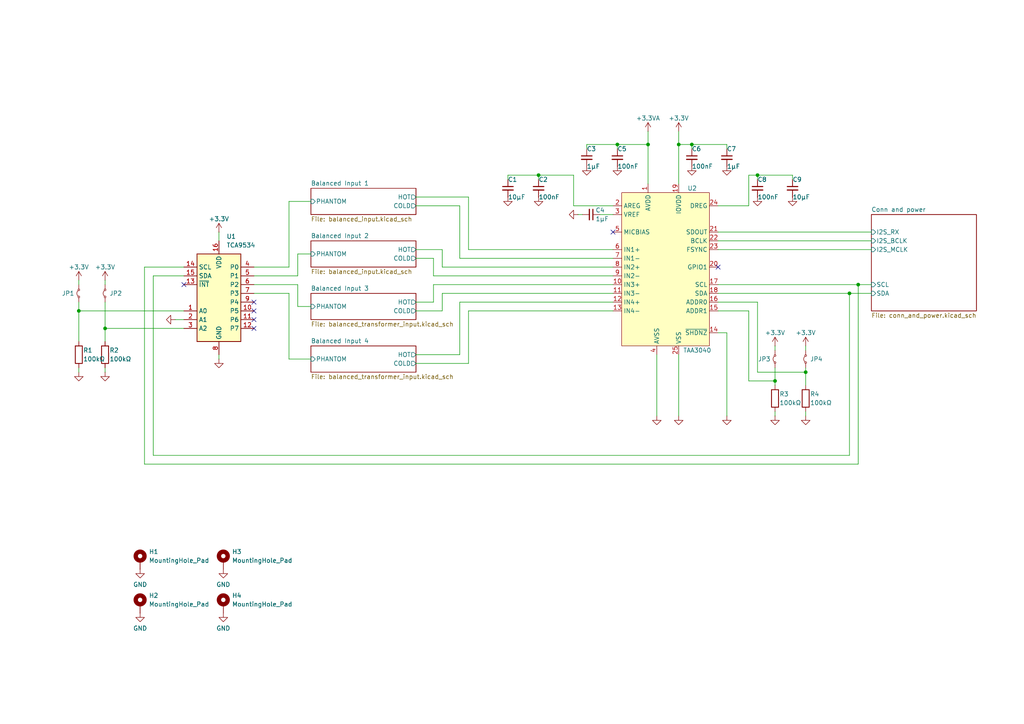
<source format=kicad_sch>
(kicad_sch (version 20250114) (generator "eeschema") (generator_version "9.0")
  (paper "A4")
  (lib_symbols
    (symbol "Device:C_Small" (pin_numbers (hide yes)) (pin_names (offset 0.254) (hide yes))
      (property "Reference" "C" (at 0.254 1.778 0))
      (property "Value" "C_Small" (at 0.254 -2.032 0))
      (symbol "C_Small_0_1"
        (polyline (pts (xy -1.524 0.508) (xy 1.524 0.508)) (stroke (width 0.3048)))
        (polyline (pts (xy -1.524 -0.508) (xy 1.524 -0.508)) (stroke (width 0.3302)))
      )
      (symbol "C_Small_1_1"
        (pin passive line (at 0 2.54 270) (length 2.032) (name "~") (number "1"))
        (pin passive line (at 0 -2.54 90) (length 2.032) (name "~") (number "2"))
      )
    )
    (symbol "Device:R" (pin_numbers (hide yes)) (pin_names (offset 0))
      (property "Reference" "R" (at 2.032 0 90))
      (property "Value" "R" (at 0 0 90))
      (symbol "R_0_1"
        (rectangle (start -1.016 -2.54) (end 1.016 2.54) (stroke (width 0.254)))
      )
      (symbol "R_1_1"
        (pin passive line (at 0 3.81 270) (length 1.27) (name "~") (number "1"))
        (pin passive line (at 0 -3.81 90) (length 1.27) (name "~") (number "2"))
      )
    )
    (symbol "Interface_Expansion:TCA9534"
      (property "Reference" "U" (at -6.35 12.7 0))
      (property "Value" "TCA9534" (at 2.54 12.7 0))
      (symbol "TCA9534_0_1"
        (rectangle (start -6.35 -13.97) (end 6.35 11.43) (stroke (width 0.254)) (fill (type background)))
      )
      (symbol "TCA9534_1_1"
        (pin input line (at -10.16 7.62 0) (length 3.81) (name "SCL") (number "14"))
        (pin bidirectional line (at -10.16 5.08 0) (length 3.81) (name "SDA") (number "15"))
        (pin open_collector line (at -10.16 2.54 0) (length 3.81) (name "~{INT}") (number "13"))
        (pin input line (at -10.16 -5.08 0) (length 3.81) (name "A0") (number "1"))
        (pin input line (at -10.16 -7.62 0) (length 3.81) (name "A1") (number "2"))
        (pin input line (at -10.16 -10.16 0) (length 3.81) (name "A2") (number "3"))
        (pin power_in line (at 0 15.24 270) (length 3.81) (name "VDD") (number "16"))
        (pin power_in line (at 0 -17.78 90) (length 3.81) (name "GND") (number "8"))
        (pin bidirectional line (at 10.16 7.62 180) (length 3.81) (name "P0") (number "4"))
        (pin bidirectional line (at 10.16 5.08 180) (length 3.81) (name "P1") (number "5"))
        (pin bidirectional line (at 10.16 2.54 180) (length 3.81) (name "P2") (number "6"))
        (pin bidirectional line (at 10.16 0 180) (length 3.81) (name "P3") (number "7"))
        (pin bidirectional line (at 10.16 -2.54 180) (length 3.81) (name "P4") (number "9"))
        (pin bidirectional line (at 10.16 -5.08 180) (length 3.81) (name "P5") (number "10"))
        (pin bidirectional line (at 10.16 -7.62 180) (length 3.81) (name "P6") (number "11"))
        (pin bidirectional line (at 10.16 -10.16 180) (length 3.81) (name "P7") (number "12"))
      )
    )
    (symbol "Jumper:Jumper_2_Small_Bridged" (pin_numbers (hide yes)) (pin_names (offset 0) (hide yes))
      (property "Reference" "JP" (at 0 2.032 0))
      (property "Value" "Jumper_2_Small_Bridged" (at 0 -2.286 0))
      (symbol "Jumper_2_Small_Bridged_0_0"
        (circle (center -1.016 0) (radius 0.254))
        (circle (center 1.016 0) (radius 0.254))
      )
      (symbol "Jumper_2_Small_Bridged_0_1"
        (arc (start -0.762 0.254) (mid 0 0.5696) (end 0.762 0.254))
      )
      (symbol "Jumper_2_Small_Bridged_1_1"
        (pin passive line (at -2.54 0 0) (length 1.27) (name "A") (number "1"))
        (pin passive line (at 2.54 0 180) (length 1.27) (name "B") (number "2"))
      )
    )
    (symbol "Mechanical:MountingHole_Pad" (pin_numbers (hide yes)) (pin_names (offset 1.016) (hide yes)) (exclude_from_sim yes) (in_bom no)
      (property "Reference" "H" (at 0 6.35 0))
      (property "Value" "MountingHole_Pad" (at 0 4.445 0))
      (symbol "MountingHole_Pad_0_1"
        (circle (center 0 1.27) (radius 1.27) (stroke (width 1.27)))
      )
      (symbol "MountingHole_Pad_1_1"
        (pin input line (at 0 -2.54 90) (length 2.54) (name "1") (number "1"))
      )
    )
    (symbol "audio_ics:TAA3040"
      (property "Reference" "U" (at 0 0 0))
      (property "Value" "TAA3040" (at -15.24 -4.826 0))
      (symbol "TAA3040_1_1"
        (rectangle (start -16.51 -6.35) (end 8.89 -50.8) (fill (type background)))
        (pin power_out line (at -19.05 -10.16 0) (length 2.54) (name "AREG") (number "2"))
        (pin power_out line (at -19.05 -12.7 0) (length 2.54) (name "VREF") (number "3"))
        (pin power_out line (at -19.05 -17.78 0) (length 2.54) (name "MICBIAS") (number "5"))
        (pin input line (at -19.05 -22.86 0) (length 2.54) (name "IN1+") (number "6"))
        (pin input line (at -19.05 -25.4 0) (length 2.54) (name "IN1-") (number "7"))
        (pin input line (at -19.05 -27.94 0) (length 2.54) (name "IN2+") (number "8"))
        (pin input line (at -19.05 -30.48 0) (length 2.54) (name "IN2-") (number "9"))
        (pin input line (at -19.05 -33.02 0) (length 2.54) (name "IN3+") (number "10"))
        (pin input line (at -19.05 -35.56 0) (length 2.54) (name "IN3-") (number "11"))
        (pin input line (at -19.05 -38.1 0) (length 2.54) (name "IN4+") (number "12"))
        (pin input line (at -19.05 -40.64 0) (length 2.54) (name "IN4-") (number "13"))
        (pin power_in line (at -8.89 -3.81 270) (length 2.54) (name "AVDD") (number "1"))
        (pin power_in line (at -6.35 -53.34 90) (length 2.54) (name "AVSS") (number "4"))
        (pin power_in line (at 0 -3.81 270) (length 2.54) (name "IOVDD") (number "19"))
        (pin power_in line (at 0 -53.34 90) (length 2.54) (name "VSS") (number "25"))
        (pin power_out line (at 11.43 -10.16 180) (length 2.54) (name "DREG") (number "24"))
        (pin output line (at 11.43 -17.78 180) (length 2.54) (name "SDOUT") (number "21"))
        (pin output line (at 11.43 -20.32 180) (length 2.54) (name "BCLK") (number "22"))
        (pin input line (at 11.43 -22.86 180) (length 2.54) (name "FSYNC") (number "23"))
        (pin bidirectional line (at 11.43 -27.94 180) (length 2.54) (name "GPIO1") (number "20"))
        (pin input line (at 11.43 -33.02 180) (length 2.54) (name "SCL") (number "17"))
        (pin bidirectional line (at 11.43 -35.56 180) (length 2.54) (name "SDA") (number "18"))
        (pin input line (at 11.43 -38.1 180) (length 2.54) (name "ADDR0") (number "16"))
        (pin input line (at 11.43 -40.64 180) (length 2.54) (name "ADDR1") (number "15"))
        (pin input line (at 11.43 -46.99 180) (length 2.54) (name "~{SHDNZ}") (number "14"))
      )
    )
    (symbol "power:+3.3V" (power) (pin_numbers (hide yes)) (pin_names (offset 0) (hide yes))
      (property "Value" "+3.3V" (at 0 3.556 0))
      (symbol "+3.3V_0_1"
        (polyline (pts (xy -0.762 1.27) (xy 0 2.54)))
        (polyline (pts (xy 0 2.54) (xy 0.762 1.27)))
        (polyline (pts (xy 0 0) (xy 0 2.54)))
      )
      (symbol "+3.3V_1_1"
        (pin power_in line (at 0 0 90) (length 0) (name "~") (number "1"))
      )
    )
    (symbol "power:+3.3VA" (power) (pin_numbers (hide yes)) (pin_names (offset 0) (hide yes))
      (property "Value" "+3.3VA" (at 0 3.556 0))
      (symbol "+3.3VA_0_1"
        (polyline (pts (xy -0.762 1.27) (xy 0 2.54)))
        (polyline (pts (xy 0 2.54) (xy 0.762 1.27)))
        (polyline (pts (xy 0 0) (xy 0 2.54)))
      )
      (symbol "+3.3VA_1_1"
        (pin power_in line (at 0 0 90) (length 0) (name "~") (number "1"))
      )
    )
    (symbol "power:GND" (power) (pin_numbers (hide yes)) (pin_names (offset 0) (hide yes))
      (property "Value" "GND" (at 0 -3.81 0))
      (symbol "GND_0_1"
        (polyline (pts (xy 0 0) (xy 0 -1.27) (xy 1.27 -1.27) (xy 0 -2.54) (xy -1.27 -1.27) (xy 0 -1.27)))
      )
      (symbol "GND_1_1"
        (pin power_in line (at 0 0 270) (length 0) (name "~") (number "1"))
      )
    )
  )
  (junction (at 30.48 95.25))
  (junction (at 156.21 50.8))
  (junction (at 246.38 85.09))
  (junction (at 187.96 41.91))
  (junction (at 196.85 41.91))
  (junction (at 219.71 50.8))
  (junction (at 179.07 41.91))
  (junction (at 200.66 41.91))
  (junction (at 233.68 107.95))
  (junction (at 224.79 110.49))
  (junction (at 248.92 82.55))
  (junction (at 22.86 90.17))
  (no_connect (at 73.66 90.17))
  (no_connect (at 73.66 95.25))
  (no_connect (at 53.34 82.55))
  (no_connect (at 73.66 92.71))
  (no_connect (at 73.66 87.63))
  (no_connect (at 208.28 77.47))
  (no_connect (at 177.8 67.31))
  (wire (pts (xy 224.79 110.49) (xy 224.79 111.76)))
  (wire (pts (xy 248.92 82.55) (xy 252.73 82.55)))
  (wire (pts (xy 63.5 67.31) (xy 63.5 69.85)))
  (wire (pts (xy 187.96 41.91) (xy 187.96 53.34)))
  (wire (pts (xy 120.65 72.39) (xy 128.27 72.39)))
  (wire (pts (xy 83.82 104.14) (xy 90.17 104.14)))
  (wire (pts (xy 133.35 87.63) (xy 177.8 87.63)))
  (wire (pts (xy 73.66 85.09) (xy 83.82 85.09)))
  (wire (pts (xy 125.73 82.55) (xy 177.8 82.55)))
  (wire (pts (xy 50.8 92.71) (xy 53.34 92.71)))
  (wire (pts (xy 125.73 82.55) (xy 125.73 87.63)))
  (wire (pts (xy 30.48 87.63) (xy 30.48 95.25)))
  (wire (pts (xy 90.17 88.9) (xy 86.36 88.9)))
  (wire (pts (xy 224.79 106.68) (xy 224.79 110.49)))
  (wire (pts (xy 120.65 102.87) (xy 133.35 102.87)))
  (wire (pts (xy 208.28 82.55) (xy 248.92 82.55)))
  (wire (pts (xy 22.86 106.68) (xy 22.86 107.95)))
  (wire (pts (xy 210.82 96.52) (xy 208.28 96.52)))
  (wire (pts (xy 41.91 77.47) (xy 53.34 77.47)))
  (wire (pts (xy 133.35 102.87) (xy 133.35 87.63)))
  (wire (pts (xy 233.68 107.95) (xy 233.68 111.76)))
  (wire (pts (xy 135.89 57.15) (xy 135.89 72.39)))
  (wire (pts (xy 233.68 107.95) (xy 219.71 107.95)))
  (wire (pts (xy 22.86 81.28) (xy 22.86 82.55)))
  (wire (pts (xy 83.82 58.42) (xy 90.17 58.42)))
  (wire (pts (xy 125.73 87.63) (xy 120.65 87.63)))
  (wire (pts (xy 44.45 80.01) (xy 44.45 132.08)))
  (wire (pts (xy 73.66 77.47) (xy 83.82 77.47)))
  (wire (pts (xy 208.28 69.85) (xy 252.73 69.85)))
  (wire (pts (xy 208.28 85.09) (xy 246.38 85.09)))
  (wire (pts (xy 86.36 80.01) (xy 86.36 73.66)))
  (wire (pts (xy 120.65 90.17) (xy 128.27 90.17)))
  (wire (pts (xy 217.17 59.69) (xy 208.28 59.69)))
  (wire (pts (xy 224.79 100.33) (xy 224.79 101.6)))
  (wire (pts (xy 179.07 41.91) (xy 187.96 41.91)))
  (wire (pts (xy 133.35 59.69) (xy 120.65 59.69)))
  (wire (pts (xy 248.92 134.62) (xy 41.91 134.62)))
  (wire (pts (xy 73.66 82.55) (xy 86.36 82.55)))
  (wire (pts (xy 196.85 41.91) (xy 196.85 53.34)))
  (wire (pts (xy 166.37 50.8) (xy 166.37 59.69)))
  (wire (pts (xy 246.38 85.09) (xy 246.38 132.08)))
  (wire (pts (xy 179.07 41.91) (xy 179.07 43.18)))
  (wire (pts (xy 190.5 120.65) (xy 190.5 102.87)))
  (wire (pts (xy 156.21 50.8) (xy 156.21 52.07)))
  (wire (pts (xy 83.82 77.47) (xy 83.82 58.42)))
  (wire (pts (xy 187.96 38.1) (xy 187.96 41.91)))
  (wire (pts (xy 53.34 80.01) (xy 44.45 80.01)))
  (wire (pts (xy 248.92 82.55) (xy 248.92 134.62)))
  (wire (pts (xy 208.28 67.31) (xy 252.73 67.31)))
  (wire (pts (xy 147.32 52.07) (xy 147.32 50.8)))
  (wire (pts (xy 210.82 43.18) (xy 210.82 41.91)))
  (wire (pts (xy 135.89 72.39) (xy 177.8 72.39)))
  (wire (pts (xy 233.68 106.68) (xy 233.68 107.95)))
  (wire (pts (xy 200.66 43.18) (xy 200.66 41.91)))
  (wire (pts (xy 219.71 107.95) (xy 219.71 87.63)))
  (wire (pts (xy 217.17 50.8) (xy 217.17 59.69)))
  (wire (pts (xy 147.32 50.8) (xy 156.21 50.8)))
  (wire (pts (xy 219.71 52.07) (xy 219.71 50.8)))
  (wire (pts (xy 233.68 119.38) (xy 233.68 120.65)))
  (wire (pts (xy 208.28 72.39) (xy 252.73 72.39)))
  (wire (pts (xy 30.48 95.25) (xy 30.48 99.06)))
  (wire (pts (xy 246.38 85.09) (xy 252.73 85.09)))
  (wire (pts (xy 177.8 74.93) (xy 133.35 74.93)))
  (wire (pts (xy 200.66 41.91) (xy 196.85 41.91)))
  (wire (pts (xy 128.27 90.17) (xy 128.27 85.09)))
  (wire (pts (xy 41.91 134.62) (xy 41.91 77.47)))
  (wire (pts (xy 167.64 62.23) (xy 168.91 62.23)))
  (wire (pts (xy 86.36 88.9) (xy 86.36 82.55)))
  (wire (pts (xy 233.68 100.33) (xy 233.68 101.6)))
  (wire (pts (xy 229.87 50.8) (xy 219.71 50.8)))
  (wire (pts (xy 30.48 95.25) (xy 53.34 95.25)))
  (wire (pts (xy 73.66 80.01) (xy 86.36 80.01)))
  (wire (pts (xy 217.17 90.17) (xy 217.17 110.49)))
  (wire (pts (xy 196.85 120.65) (xy 196.85 102.87)))
  (wire (pts (xy 125.73 80.01) (xy 125.73 74.93)))
  (wire (pts (xy 133.35 74.93) (xy 133.35 59.69)))
  (wire (pts (xy 135.89 90.17) (xy 135.89 105.41)))
  (wire (pts (xy 128.27 85.09) (xy 177.8 85.09)))
  (wire (pts (xy 44.45 132.08) (xy 246.38 132.08)))
  (wire (pts (xy 30.48 81.28) (xy 30.48 82.55)))
  (wire (pts (xy 30.48 106.68) (xy 30.48 107.95)))
  (wire (pts (xy 177.8 80.01) (xy 125.73 80.01)))
  (wire (pts (xy 208.28 87.63) (xy 219.71 87.63)))
  (wire (pts (xy 173.99 62.23) (xy 177.8 62.23)))
  (wire (pts (xy 177.8 90.17) (xy 135.89 90.17)))
  (wire (pts (xy 229.87 52.07) (xy 229.87 50.8)))
  (wire (pts (xy 166.37 59.69) (xy 177.8 59.69)))
  (wire (pts (xy 210.82 41.91) (xy 200.66 41.91)))
  (wire (pts (xy 86.36 73.66) (xy 90.17 73.66)))
  (wire (pts (xy 22.86 90.17) (xy 22.86 99.06)))
  (wire (pts (xy 83.82 85.09) (xy 83.82 104.14)))
  (wire (pts (xy 22.86 87.63) (xy 22.86 90.17)))
  (wire (pts (xy 135.89 105.41) (xy 120.65 105.41)))
  (wire (pts (xy 170.18 43.18) (xy 170.18 41.91)))
  (wire (pts (xy 156.21 50.8) (xy 166.37 50.8)))
  (wire (pts (xy 219.71 50.8) (xy 217.17 50.8)))
  (wire (pts (xy 128.27 77.47) (xy 177.8 77.47)))
  (wire (pts (xy 22.86 90.17) (xy 53.34 90.17)))
  (wire (pts (xy 63.5 102.87) (xy 63.5 104.14)))
  (wire (pts (xy 217.17 110.49) (xy 224.79 110.49)))
  (wire (pts (xy 208.28 90.17) (xy 217.17 90.17)))
  (wire (pts (xy 120.65 57.15) (xy 135.89 57.15)))
  (wire (pts (xy 196.85 38.1) (xy 196.85 41.91)))
  (wire (pts (xy 170.18 41.91) (xy 179.07 41.91)))
  (wire (pts (xy 125.73 74.93) (xy 120.65 74.93)))
  (wire (pts (xy 224.79 119.38) (xy 224.79 120.65)))
  (wire (pts (xy 210.82 120.65) (xy 210.82 96.52)))
  (wire (pts (xy 128.27 72.39) (xy 128.27 77.47)))
  (symbol (lib_id "Mechanical:MountingHole_Pad") (at 64.77 162.56 0) (unit 1) (exclude_from_sim yes) (in_bom no)
    (property "Reference" "H3" (at 67.31 160.0199 0) (effects (justify left)))
    (property "Value" "MountingHole_Pad" (at 67.31 162.5599 0) (effects (justify left)))
    (property "Footprint" "MountingHole:MountingHole_3.2mm_M3_Pad_Via" (effects (hide yes)))
    (property "Description" "Mounting Hole with connection" (effects (hide yes)))
  )
  (symbol (lib_id "Device:C_Small") (at 219.71 54.61 0) (unit 1)
    (property "Reference" "C8" (at 219.71 52.07 0) (effects (justify left)))
    (property "Value" "100nF" (at 219.71 57.15 0) (effects (justify left)))
    (property "Footprint" "Capacitor_SMD:C_0603_1608Metric" (effects (hide yes)))
    (property "Description" "Unpolarized capacitor, small symbol" (effects (hide yes)))
    (property "MPN" "C 100nF 16V 0603" (effects (hide yes)))
  )
  (symbol (lib_id "power:GND") (at 200.66 48.26 0) (unit 1)
    (property "Reference" "#PWR021" (effects (hide yes)))
    (property "Value" "GND" (effects (hide yes)))
    (property "Description" "Power symbol creates a global label with name \"GND\" , ground" (effects (hide yes)))
  )
  (symbol (lib_id "power:GND") (at 190.5 120.65 0) (unit 1)
    (property "Reference" "#PWR018" (effects (hide yes)))
    (property "Value" "GND" (effects (hide yes)))
    (property "Description" "Power symbol creates a global label with name \"GND\" , ground" (effects (hide yes)))
  )
  (symbol (lib_id "Device:C_Small") (at 171.45 62.23 270) (unit 1)
    (property "Reference" "C4" (at 172.72 60.96 90) (effects (justify left)))
    (property "Value" "1μF" (at 172.72 63.5 90) (effects (justify left)))
    (property "Footprint" "Capacitor_SMD:C_0805_2012Metric" (effects (hide yes)))
    (property "Description" "Unpolarized capacitor, small symbol" (effects (hide yes)))
    (property "MPN" "C 1μF 16V 0805" (effects (hide yes)))
  )
  (symbol (lib_id "Jumper:Jumper_2_Small_Bridged") (at 22.86 85.09 90) (unit 1)
    (property "Reference" "JP1" (at 21.59 85.09 90) (effects (justify left)))
    (property "Value" "Jumper_2_Small_Bridged" (effects (hide yes)))
    (property "Footprint" "Jumper:SolderJumper-2_P1.3mm_Open_RoundedPad1.0x1.5mm" (effects (hide yes)))
    (property "Description" "Jumper, 2-pole, small symbol, bridged" (effects (hide yes)))
  )
  (symbol (lib_id "power:GND") (at 219.71 57.15 0) (unit 1)
    (property "Reference" "#PWR024" (effects (hide yes)))
    (property "Value" "GND" (effects (hide yes)))
    (property "Description" "Power symbol creates a global label with name \"GND\" , ground" (effects (hide yes)))
  )
  (symbol (lib_id "power:GND") (at 30.48 107.95 0) (unit 1)
    (property "Reference" "#PWR04" (effects (hide yes)))
    (property "Value" "GND" (effects (hide yes)))
    (property "Description" "Power symbol creates a global label with name \"GND\" , ground" (effects (hide yes)))
  )
  (symbol (lib_id "Device:R") (at 30.48 102.87 0) (unit 1)
    (property "Reference" "R2" (at 31.75 101.6 0) (effects (justify left)))
    (property "Value" "100kΩ" (at 31.75 104.14 0) (effects (justify left)))
    (property "Footprint" "Resistor_SMD:R_0603_1608Metric" (effects (hide yes)))
    (property "Description" "Resistor" (effects (hide yes)))
    (property "MPN" "R 100kΩ 125mW 5% 0603" (effects (hide yes)))
  )
  (symbol (lib_id "power:GND") (at 170.18 48.26 0) (unit 1)
    (property "Reference" "#PWR015" (effects (hide yes)))
    (property "Value" "GND" (effects (hide yes)))
    (property "Description" "Power symbol creates a global label with name \"GND\" , ground" (effects (hide yes)))
  )
  (symbol (lib_id "power:+3.3V") (at 196.85 38.1 0) (unit 1)
    (property "Reference" "#PWR019" (effects (hide yes)))
    (property "Value" "+3.3V" (at 196.85 34.29 0))
    (property "Description" "Power symbol creates a global label with name \"+3.3V\"" (effects (hide yes)))
  )
  (symbol (lib_id "Device:C_Small") (at 229.87 54.61 0) (unit 1)
    (property "Reference" "C9" (at 229.87 52.07 0) (effects (justify left)))
    (property "Value" "10μF" (at 229.87 57.15 0) (effects (justify left)))
    (property "Footprint" "Capacitor_SMD:C_0805_2012Metric" (effects (hide yes)))
    (property "Description" "Unpolarized capacitor, small symbol" (effects (hide yes)))
    (property "MPN" "C 10μF 16V 0805" (effects (hide yes)))
  )
  (symbol (lib_id "power:GND") (at 229.87 57.15 0) (unit 1)
    (property "Reference" "#PWR027" (effects (hide yes)))
    (property "Value" "GND" (effects (hide yes)))
    (property "Description" "Power symbol creates a global label with name \"GND\" , ground" (effects (hide yes)))
  )
  (symbol (lib_id "Device:C_Small") (at 179.07 45.72 0) (unit 1)
    (property "Reference" "C5" (at 179.07 43.18 0) (effects (justify left)))
    (property "Value" "100nF" (at 179.07 48.26 0) (effects (justify left)))
    (property "Footprint" "Capacitor_SMD:C_0603_1608Metric" (effects (hide yes)))
    (property "Description" "Unpolarized capacitor, small symbol" (effects (hide yes)))
    (property "MPN" "C 100nF 16V 0603" (effects (hide yes)))
  )
  (symbol (lib_id "Device:R") (at 233.68 115.57 0) (unit 1)
    (property "Reference" "R4" (at 234.95 114.3 0) (effects (justify left)))
    (property "Value" "100kΩ" (at 234.95 116.84 0) (effects (justify left)))
    (property "Footprint" "Resistor_SMD:R_0603_1608Metric" (effects (hide yes)))
    (property "Description" "Resistor" (effects (hide yes)))
    (property "MPN" "R 100kΩ 125mW 5% 0603" (effects (hide yes)))
  )
  (symbol (lib_id "power:+3.3V") (at 63.5 67.31 0) (unit 1)
    (property "Reference" "#PWR08" (effects (hide yes)))
    (property "Value" "+3.3V" (at 63.5 63.5 0))
    (property "Description" "Power symbol creates a global label with name \"+3.3V\"" (effects (hide yes)))
  )
  (symbol (lib_id "power:+3.3V") (at 224.79 100.33 0) (unit 1)
    (property "Reference" "#PWR025" (effects (hide yes)))
    (property "Value" "+3.3V" (at 224.79 96.52 0))
    (property "Description" "Power symbol creates a global label with name \"+3.3V\"" (effects (hide yes)))
  )
  (symbol (lib_id "power:GND") (at 64.77 165.1 0) (unit 1)
    (property "Reference" "#PWR010" (effects (hide yes)))
    (property "Value" "GND" (at 64.77 169.5434 0))
  )
  (symbol (lib_id "power:GND") (at 224.79 120.65 0) (unit 1)
    (property "Reference" "#PWR026" (effects (hide yes)))
    (property "Value" "GND" (effects (hide yes)))
    (property "Description" "Power symbol creates a global label with name \"GND\" , ground" (effects (hide yes)))
  )
  (symbol (lib_id "Device:C_Small") (at 200.66 45.72 0) (unit 1)
    (property "Reference" "C6" (at 200.66 43.18 0) (effects (justify left)))
    (property "Value" "100nF" (at 200.66 48.26 0) (effects (justify left)))
    (property "Footprint" "Capacitor_SMD:C_0603_1608Metric" (effects (hide yes)))
    (property "Description" "Unpolarized capacitor, small symbol" (effects (hide yes)))
    (property "MPN" "C 100nF 16V 0603" (effects (hide yes)))
  )
  (symbol (lib_id "power:GND") (at 64.77 177.8 0) (unit 1)
    (property "Reference" "#PWR011" (effects (hide yes)))
    (property "Value" "GND" (at 64.77 182.2434 0))
  )
  (symbol (lib_id "Jumper:Jumper_2_Small_Bridged") (at 233.68 104.14 90) (unit 1)
    (property "Reference" "JP4" (at 234.95 104.1399 90) (effects (justify right)))
    (property "Value" "Jumper_2_Small_Bridged" (effects (hide yes)))
    (property "Footprint" "Jumper:SolderJumper-2_P1.3mm_Open_RoundedPad1.0x1.5mm" (effects (hide yes)))
    (property "Description" "Jumper, 2-pole, small symbol, bridged" (effects (hide yes)))
  )
  (symbol (lib_id "Device:C_Small") (at 156.21 54.61 0) (unit 1)
    (property "Reference" "C2" (at 156.21 52.07 0) (effects (justify left)))
    (property "Value" "100nF" (at 156.21 57.15 0) (effects (justify left)))
    (property "Footprint" "Capacitor_SMD:C_0603_1608Metric" (effects (hide yes)))
    (property "Description" "Unpolarized capacitor, small symbol" (effects (hide yes)))
    (property "MPN" "C 100nF 16V 0603" (effects (hide yes)))
  )
  (symbol (lib_id "power:GND") (at 147.32 57.15 0) (unit 1)
    (property "Reference" "#PWR012" (effects (hide yes)))
    (property "Value" "GND" (effects (hide yes)))
    (property "Description" "Power symbol creates a global label with name \"GND\" , ground" (effects (hide yes)))
  )
  (symbol (lib_id "power:GND") (at 50.8 92.71 270) (unit 1)
    (property "Reference" "#PWR07" (effects (hide yes)))
    (property "Value" "GND" (effects (hide yes)))
    (property "Description" "Power symbol creates a global label with name \"GND\" , ground" (effects (hide yes)))
  )
  (symbol (lib_id "power:GND") (at 233.68 120.65 0) (unit 1)
    (property "Reference" "#PWR029" (effects (hide yes)))
    (property "Value" "GND" (effects (hide yes)))
    (property "Description" "Power symbol creates a global label with name \"GND\" , ground" (effects (hide yes)))
  )
  (symbol (lib_id "power:GND") (at 22.86 107.95 0) (unit 1)
    (property "Reference" "#PWR02" (effects (hide yes)))
    (property "Value" "GND" (effects (hide yes)))
    (property "Description" "Power symbol creates a global label with name \"GND\" , ground" (effects (hide yes)))
  )
  (symbol (lib_id "power:GND") (at 40.64 165.1 0) (unit 1)
    (property "Reference" "#PWR05" (effects (hide yes)))
    (property "Value" "GND" (at 40.64 169.5434 0))
  )
  (symbol (lib_id "Device:R") (at 22.86 102.87 0) (unit 1)
    (property "Reference" "R1" (at 24.13 101.6 0) (effects (justify left)))
    (property "Value" "100kΩ" (at 24.13 104.14 0) (effects (justify left)))
    (property "Footprint" "Resistor_SMD:R_0603_1608Metric" (effects (hide yes)))
    (property "Description" "Resistor" (effects (hide yes)))
    (property "MPN" "R 100kΩ 125mW 5% 0603" (effects (hide yes)))
  )
  (symbol (lib_id "power:GND") (at 179.07 48.26 0) (unit 1)
    (property "Reference" "#PWR016" (effects (hide yes)))
    (property "Value" "GND" (effects (hide yes)))
    (property "Description" "Power symbol creates a global label with name \"GND\" , ground" (effects (hide yes)))
  )
  (symbol (lib_id "Device:C_Small") (at 210.82 45.72 0) (unit 1)
    (property "Reference" "C7" (at 210.82 43.18 0) (effects (justify left)))
    (property "Value" "1μF" (at 210.82 48.26 0) (effects (justify left)))
    (property "Footprint" "Capacitor_SMD:C_0805_2012Metric" (effects (hide yes)))
    (property "Description" "Unpolarized capacitor, small symbol" (effects (hide yes)))
    (property "MPN" "C 1μF 16V 0805" (effects (hide yes)))
  )
  (symbol (lib_id "power:+3.3VA") (at 187.96 38.1 0) (unit 1)
    (property "Reference" "#PWR017" (effects (hide yes)))
    (property "Value" "+3.3VA" (at 187.96 34.29 0))
    (property "Description" "Power symbol creates a global label with name \"+3.3VA\"" (effects (hide yes)))
  )
  (symbol (lib_id "power:GND") (at 63.5 104.14 0) (unit 1)
    (property "Reference" "#PWR09" (effects (hide yes)))
    (property "Value" "GND" (effects (hide yes)))
    (property "Description" "Power symbol creates a global label with name \"GND\" , ground" (effects (hide yes)))
  )
  (symbol (lib_id "audio_ics:TAA3040") (at 196.85 49.53 0) (unit 1)
    (property "Reference" "U2" (at 199.39 54.61 0) (effects (justify left)))
    (property "Value" "TAA3040" (at 198.12 101.6 0) (effects (justify left)))
    (property "Footprint" "Package_DFN_QFN:WQFN-24-1EP_4x4mm_P0.5mm_EP2.6x2.6mm" (effects (hide yes)))
    (property "Datasheet" "https://www.ti.com/lit/ds/symlink/taa3040.pdf" (effects (hide yes)))
    (property "Description" "Quad-Channel, 768-kHz, 104dB Dynamic Range Audio ADC" (effects (hide yes)))
    (property "MPN" "TAA3040IRTWR" (effects (hide yes)))
  )
  (symbol (lib_id "power:+3.3V") (at 22.86 81.28 0) (unit 1)
    (property "Reference" "#PWR01" (effects (hide yes)))
    (property "Value" "+3.3V" (at 22.86 77.47 0))
    (property "Description" "Power symbol creates a global label with name \"+3.3V\"" (effects (hide yes)))
  )
  (symbol (lib_id "power:+3.3V") (at 233.68 100.33 0) (unit 1)
    (property "Reference" "#PWR028" (effects (hide yes)))
    (property "Value" "+3.3V" (at 233.68 96.52 0))
    (property "Description" "Power symbol creates a global label with name \"+3.3V\"" (effects (hide yes)))
  )
  (symbol (lib_id "Device:C_Small") (at 170.18 45.72 0) (unit 1)
    (property "Reference" "C3" (at 170.18 43.18 0) (effects (justify left)))
    (property "Value" "1μF" (at 170.18 48.26 0) (effects (justify left)))
    (property "Footprint" "Capacitor_SMD:C_0805_2012Metric" (effects (hide yes)))
    (property "Description" "Unpolarized capacitor, small symbol" (effects (hide yes)))
    (property "MPN" "C 1μF 16V 0805" (effects (hide yes)))
  )
  (symbol (lib_id "power:GND") (at 167.64 62.23 270) (unit 1)
    (property "Reference" "#PWR014" (effects (hide yes)))
    (property "Value" "GND" (effects (hide yes)))
    (property "Description" "Power symbol creates a global label with name \"GND\" , ground" (effects (hide yes)))
  )
  (symbol (lib_id "power:GND") (at 210.82 48.26 0) (unit 1)
    (property "Reference" "#PWR022" (effects (hide yes)))
    (property "Value" "GND" (effects (hide yes)))
    (property "Description" "Power symbol creates a global label with name \"GND\" , ground" (effects (hide yes)))
  )
  (symbol (lib_id "power:+3.3V") (at 30.48 81.28 0) (unit 1)
    (property "Reference" "#PWR03" (effects (hide yes)))
    (property "Value" "+3.3V" (at 30.48 77.47 0))
    (property "Description" "Power symbol creates a global label with name \"+3.3V\"" (effects (hide yes)))
  )
  (symbol (lib_id "Device:R") (at 224.79 115.57 0) (unit 1)
    (property "Reference" "R3" (at 226.06 114.3 0) (effects (justify left)))
    (property "Value" "100kΩ" (at 226.06 116.84 0) (effects (justify left)))
    (property "Footprint" "Resistor_SMD:R_0603_1608Metric" (effects (hide yes)))
    (property "Description" "Resistor" (effects (hide yes)))
    (property "MPN" "R 100kΩ 125mW 5% 0603" (effects (hide yes)))
  )
  (symbol (lib_id "power:GND") (at 210.82 120.65 0) (unit 1)
    (property "Reference" "#PWR023" (effects (hide yes)))
    (property "Value" "GND" (effects (hide yes)))
    (property "Description" "Power symbol creates a global label with name \"GND\" , ground" (effects (hide yes)))
  )
  (symbol (lib_id "Jumper:Jumper_2_Small_Bridged") (at 30.48 85.09 90) (unit 1)
    (property "Reference" "JP2" (at 31.75 85.0899 90) (effects (justify right)))
    (property "Value" "Jumper_2_Small_Bridged" (effects (hide yes)))
    (property "Footprint" "Jumper:SolderJumper-2_P1.3mm_Open_RoundedPad1.0x1.5mm" (effects (hide yes)))
    (property "Description" "Jumper, 2-pole, small symbol, bridged" (effects (hide yes)))
  )
  (symbol (lib_id "Mechanical:MountingHole_Pad") (at 40.64 162.56 0) (unit 1) (exclude_from_sim yes) (in_bom no)
    (property "Reference" "H1" (at 43.18 160.0199 0) (effects (justify left)))
    (property "Value" "MountingHole_Pad" (at 43.18 162.5599 0) (effects (justify left)))
    (property "Footprint" "MountingHole:MountingHole_3.2mm_M3_Pad_Via" (effects (hide yes)))
    (property "Description" "Mounting Hole with connection" (effects (hide yes)))
  )
  (symbol (lib_id "power:GND") (at 196.85 120.65 0) (unit 1)
    (property "Reference" "#PWR020" (effects (hide yes)))
    (property "Value" "GND" (effects (hide yes)))
    (property "Description" "Power symbol creates a global label with name \"GND\" , ground" (effects (hide yes)))
  )
  (symbol (lib_id "power:GND") (at 156.21 57.15 0) (unit 1)
    (property "Reference" "#PWR013" (effects (hide yes)))
    (property "Value" "GND" (effects (hide yes)))
    (property "Description" "Power symbol creates a global label with name \"GND\" , ground" (effects (hide yes)))
  )
  (symbol (lib_id "Mechanical:MountingHole_Pad") (at 40.64 175.26 0) (unit 1) (exclude_from_sim yes) (in_bom no)
    (property "Reference" "H2" (at 43.18 172.7199 0) (effects (justify left)))
    (property "Value" "MountingHole_Pad" (at 43.18 175.2599 0) (effects (justify left)))
    (property "Footprint" "MountingHole:MountingHole_3.2mm_M3_Pad_Via" (effects (hide yes)))
    (property "Description" "Mounting Hole with connection" (effects (hide yes)))
  )
  (symbol (lib_id "Jumper:Jumper_2_Small_Bridged") (at 224.79 104.14 90) (unit 1)
    (property "Reference" "JP3" (at 223.52 104.14 90) (effects (justify left)))
    (property "Value" "Jumper_2_Small_Bridged" (effects (hide yes)))
    (property "Footprint" "Jumper:SolderJumper-2_P1.3mm_Open_RoundedPad1.0x1.5mm" (effects (hide yes)))
    (property "Description" "Jumper, 2-pole, small symbol, bridged" (effects (hide yes)))
  )
  (symbol (lib_id "Device:C_Small") (at 147.32 54.61 0) (unit 1)
    (property "Reference" "C1" (at 147.32 52.07 0) (effects (justify left)))
    (property "Value" "10μF" (at 147.32 57.15 0) (effects (justify left)))
    (property "Footprint" "Capacitor_SMD:C_0805_2012Metric" (effects (hide yes)))
    (property "Description" "Unpolarized capacitor, small symbol" (effects (hide yes)))
    (property "MPN" "C 10μF 16V 0805" (effects (hide yes)))
  )
  (symbol (lib_id "Mechanical:MountingHole_Pad") (at 64.77 175.26 0) (unit 1) (exclude_from_sim yes) (in_bom no)
    (property "Reference" "H4" (at 67.31 172.7199 0) (effects (justify left)))
    (property "Value" "MountingHole_Pad" (at 67.31 175.2599 0) (effects (justify left)))
    (property "Footprint" "MountingHole:MountingHole_3.2mm_M3_Pad_Via" (effects (hide yes)))
    (property "Description" "Mounting Hole with connection" (effects (hide yes)))
  )
  (symbol (lib_id "power:GND") (at 40.64 177.8 0) (unit 1)
    (property "Reference" "#PWR06" (effects (hide yes)))
    (property "Value" "GND" (at 40.64 182.2434 0))
  )
  (symbol (lib_id "Interface_Expansion:TCA9534") (at 63.5 85.09 0) (unit 1)
    (property "Reference" "U1" (at 65.6941 68.58 0) (effects (justify left)))
    (property "Value" "TCA9534" (at 65.6941 71.12 0) (effects (justify left)))
    (property "Footprint" "Package_SO:SOIC-16W_7.5x10.3mm_P1.27mm" (effects (hide yes)))
    (property "Datasheet" "http://www.ti.com/lit/ds/symlink/tca9534.pdf" (effects (hide yes)))
    (property "Shop" "https://eu.mouser.com/ProductDetail/Texas-Instruments/TCA9534DWR?qs=0C8XhJW8e4qbMJz3FH5M3A%3D%3D" (effects (hide yes)))
    (property "LCSC" "C2870609" (effects (hide yes)))
    (property "Part" "TCA9534DWR " (effects (hide yes)))
    (property "MPN" "TCA9534DWR" (effects (hide yes)))
  )
  (sheet (at 90.17 100.33) (size 30.48 7.62) (stroke (width 0.1524))
    (property "Sheetname" "Balanced Input 4" (at 90.17 99.6184 0) (effects (justify left bottom)))
    (property "Sheetfile" "balanced_transformer_input.kicad_sch" (at 90.17 108.5346 0) (effects (justify left top)))
    (pin "COLD" output (at 120.65 105.41 0))
    (pin "HOT" output (at 120.65 102.87 0))
    (pin "PHANTOM" input (at 90.17 104.14 180))
  )
  (sheet (at 90.17 85.09) (size 30.48 7.62) (stroke (width 0.1524))
    (property "Sheetname" "Balanced Input 3" (at 90.17 84.3784 0) (effects (justify left bottom)))
    (property "Sheetfile" "balanced_transformer_input.kicad_sch" (at 90.17 93.2946 0) (effects (justify left top)))
    (pin "COLD" output (at 120.65 90.17 0))
    (pin "HOT" output (at 120.65 87.63 0))
    (pin "PHANTOM" input (at 90.17 88.9 180))
  )
  (sheet (at 252.73 62.23) (size 30.48 27.94) (stroke (width 0.1524))
    (property "Sheetname" "Conn and power" (at 252.73 61.5184 0) (effects (justify left bottom)))
    (property "Sheetfile" "conn_and_power.kicad_sch" (at 252.73 90.7546 0) (effects (justify left top)))
    (pin "I2S_BCLK" input (at 252.73 69.85 180))
    (pin "I2S_MCLK" input (at 252.73 72.39 180))
    (pin "I2S_RX" input (at 252.73 67.31 180))
    (pin "SCL" input (at 252.73 82.55 180))
    (pin "SDA" input (at 252.73 85.09 180))
  )
  (sheet (at 90.17 54.61) (size 30.48 7.62) (stroke (width 0.1524))
    (property "Sheetname" "Balanced Input 1" (at 90.17 53.8984 0) (effects (justify left bottom)))
    (property "Sheetfile" "balanced_input.kicad_sch" (at 90.17 62.8146 0) (effects (justify left top)))
    (pin "COLD" output (at 120.65 59.69 0))
    (pin "HOT" output (at 120.65 57.15 0))
    (pin "PHANTOM" input (at 90.17 58.42 180))
  )
  (sheet (at 90.17 69.85) (size 30.48 7.62) (stroke (width 0.1524))
    (property "Sheetname" "Balanced Input 2" (at 90.17 69.1384 0) (effects (justify left bottom)))
    (property "Sheetfile" "balanced_input.kicad_sch" (at 90.17 78.0546 0) (effects (justify left top)))
    (pin "COLD" output (at 120.65 74.93 0))
    (pin "HOT" output (at 120.65 72.39 0))
    (pin "PHANTOM" input (at 90.17 73.66 180))
  )
)
</source>
